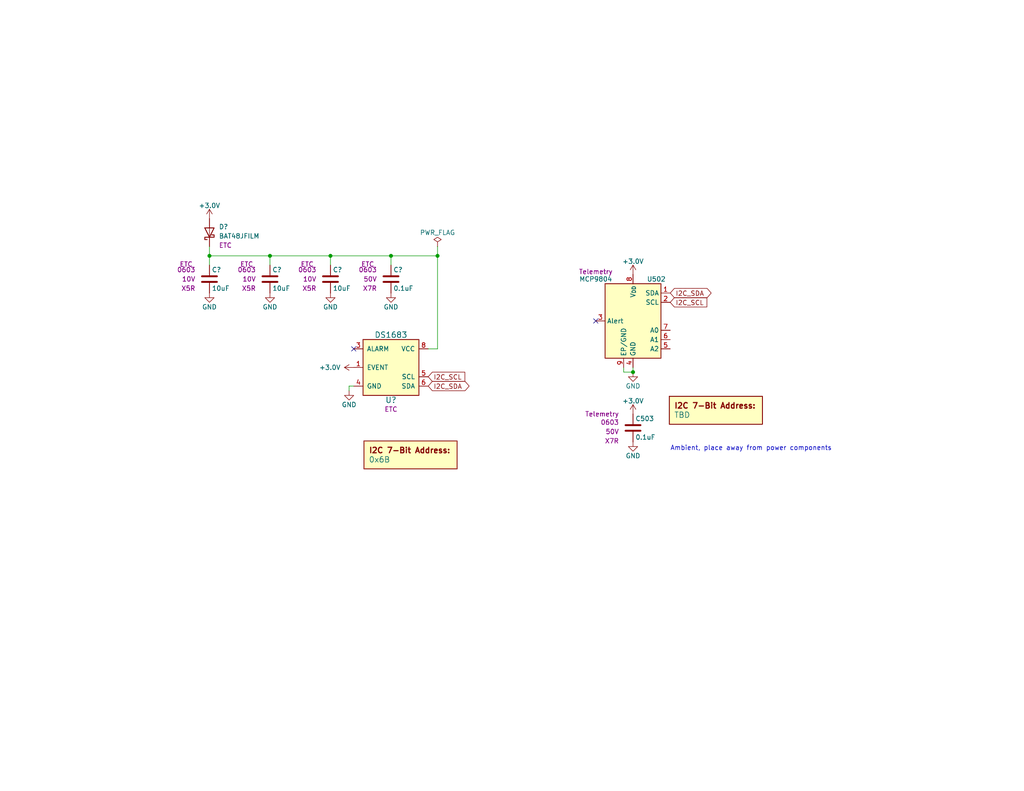
<source format=kicad_sch>
(kicad_sch (version 20230121) (generator eeschema)
  (paper "A")
  (title_block (title "Thermal Camera") (date "2023-11-13") (rev "PRELIM") (company "Drew Maatman and Michael Laffin"))
  (lib_symbols
    (symbol "Custom Library:+3.0V" (power) (pin_names (offset 0))
      (property "Value" "+3.0V" (at 0 3.556 0))
      (symbol "+3.0V_0_1"
        (polyline (pts (xy -0.762 1.27) (xy 0 2.54)))
        (polyline (pts (xy 0 0) (xy 0 2.54)))
        (polyline (pts (xy 0 2.54) (xy 0.762 1.27)))
      )
      (symbol "+3.0V_1_1"
        (pin power_in line (at 0 0 90) (length 0) hide (name "+3.0V") (number "1"))
      )
    )
    (symbol "Custom_Library:C_Custom" (pin_numbers hide) (pin_names (offset 0.254))
      (property "Reference" "C" (at 0.635 2.54 0))
      (property "Value" "Custom_Library_C_Custom" (at 0.635 -2.54 0))
      (property "display_footprint" "Foot" (at -3.81 2.54 0))
      (property "Voltage" "V" (at -3.81 0 0))
      (property "Dielectric" "Er" (at -3.81 -2.54 0))
      (symbol "C_Custom_0_1"
        (polyline (pts (xy -2.032 -0.762) (xy 2.032 -0.762)) (stroke (width 0.508)))
        (polyline (pts (xy -2.032 0.762) (xy 2.032 0.762)) (stroke (width 0.508)))
      )
      (symbol "C_Custom_1_1"
        (pin passive line (at 0 3.81 270) (length 2.794) (name "~") (number "1"))
        (pin passive line (at 0 -3.81 90) (length 2.794) (name "~") (number "2"))
      )
    )
    (symbol "Custom_Library:DS1683" (pin_names (offset 1.016))
      (property "Reference" "U" (at 0 -8.89 0))
      (property "Value" "Custom_Library_DS1683" (at 0 8.89 0))
      (symbol "DS1683_0_1"
        (rectangle (start -7.62 7.62) (end 7.62 -7.62) (stroke (width 0.254)) (fill (type background)))
      )
      (symbol "DS1683_1_1"
        (pin input line (at -10.16 0 0) (length 2.54) (name "EVENT") (number "1"))
        (pin no_connect line (at -7.62 -10.16 90) (length 2.54) hide (name "NC") (number "2"))
        (pin open_collector line (at -10.16 5.08 0) (length 2.54) (name "ALARM") (number "3"))
        (pin power_in line (at -10.16 -5.08 0) (length 2.54) (name "GND") (number "4"))
        (pin open_collector line (at 10.16 -2.54 180) (length 2.54) (name "SCL") (number "5"))
        (pin open_collector line (at 10.16 -5.08 180) (length 2.54) (name "SDA") (number "6"))
        (pin no_connect line (at 7.62 -10.16 90) (length 2.54) hide (name "NC") (number "7"))
        (pin power_in line (at 10.16 5.08 180) (length 2.54) (name "VCC") (number "8"))
      )
    )
    (symbol "Custom_Library:I2C_Address" (pin_names (offset 1.016))
      (property "Value" "Custom_Library_I2C_Address" (at -11.43 0 0))
      (symbol "I2C_Address_0_0"
        (rectangle (start -12.7 5.08) (end 12.7 -2.54) (stroke (width 0.254)) (fill (type background)))
        (text "I2C 7-Bit Address:" (at -11.43 2.54 0) (effects (font (size 1.524 1.524) bold) (justify left)))
      )
    )
    (symbol "Diode:BAT48JFILM" (pin_numbers hide) (pin_names (offset 1.016) hide)
      (property "Reference" "D" (at 0 2.54 0))
      (property "Value" "BAT48JFILM" (at 0 -2.54 0))
      (symbol "BAT48JFILM_0_1"
        (polyline (pts (xy 1.27 0) (xy -1.27 0)))
        (polyline (pts (xy 1.27 1.27) (xy 1.27 -1.27) (xy -1.27 0) (xy 1.27 1.27)) (stroke (width 0.254)))
        (polyline (pts (xy -1.905 0.635) (xy -1.905 1.27) (xy -1.27 1.27) (xy -1.27 -1.27) (xy -0.635 -1.27) (xy -0.635 -0.635)) (stroke (width 0.254)))
      )
      (symbol "BAT48JFILM_1_1"
        (pin passive line (at -3.81 0 0) (length 2.54) (name "K") (number "1"))
        (pin passive line (at 3.81 0 180) (length 2.54) (name "A") (number "2"))
      )
    )
    (symbol "Sensor_Temperature:MCP9804_DFN"
      (property "Reference" "U" (at -6.35 11.43 0))
      (property "Value" "MCP9804_DFN" (at 10.16 11.43 0))
      (symbol "MCP9804_DFN_0_1"
        (rectangle (start -7.62 10.16) (end 7.62 -10.16) (stroke (width 0.254)) (fill (type background)))
      )
      (symbol "MCP9804_DFN_1_1"
        (pin bidirectional line (at -10.16 7.62 0) (length 2.54) (name "SDA") (number "1"))
        (pin input line (at -10.16 5.08 0) (length 2.54) (name "SCL") (number "2"))
        (pin output line (at 10.16 0 180) (length 2.54) (name "Alert") (number "3"))
        (pin power_in line (at 0 -12.7 90) (length 2.54) (name "GND") (number "4"))
        (pin input line (at -10.16 -7.62 0) (length 2.54) (name "A2") (number "5"))
        (pin input line (at -10.16 -5.08 0) (length 2.54) (name "A1") (number "6"))
        (pin input line (at -10.16 -2.54 0) (length 2.54) (name "A0") (number "7"))
        (pin power_in line (at 0 12.7 270) (length 2.54) (name "V_{DD}") (number "8"))
        (pin power_in line (at 2.54 -12.7 90) (length 2.54) (name "EP/GND") (number "9"))
      )
    )
    (symbol "power:GND" (power) (pin_names (offset 0))
      (property "Value" "GND" (at 0 -3.81 0))
      (symbol "GND_0_1"
        (polyline (pts (xy 0 0) (xy 0 -1.27) (xy 1.27 -1.27) (xy 0 -2.54) (xy -1.27 -1.27) (xy 0 -1.27)))
      )
      (symbol "GND_1_1"
        (pin power_in line (at 0 0 270) (length 0) hide (name "GND") (number "1"))
      )
    )
    (symbol "power:PWR_FLAG" (power) (pin_numbers hide) (pin_names (offset 0) hide)
      (property "Value" "PWR_FLAG" (at 0 3.81 0))
      (symbol "PWR_FLAG_0_0"
        (pin power_out line (at 0 0 90) (length 0) (name "pwr") (number "1"))
      )
      (symbol "PWR_FLAG_0_1"
        (polyline (pts (xy 0 0) (xy 0 1.27) (xy -1.016 1.905) (xy 0 2.54) (xy 1.016 1.905) (xy 0 1.27)))
      )
    )
  )
  (junction (at 172.72 101.6))
  (junction (at 57.15 69.85))
  (junction (at 119.38 69.85))
  (junction (at 90.17 69.85))
  (junction (at 73.66 69.85))
  (junction (at 106.68 69.85))
  (no_connect (at 162.56 87.63))
  (no_connect (at 96.52 95.25))
  (wire (pts (xy 106.68 69.85) (xy 90.17 69.85)))
  (wire (pts (xy 170.18 101.6) (xy 170.18 100.33)))
  (wire (pts (xy 106.68 72.39) (xy 106.68 69.85)))
  (wire (pts (xy 172.72 101.6) (xy 172.72 100.33)))
  (wire (pts (xy 73.66 69.85) (xy 57.15 69.85)))
  (wire (pts (xy 172.72 101.6) (xy 170.18 101.6)))
  (wire (pts (xy 90.17 72.39) (xy 90.17 69.85)))
  (wire (pts (xy 57.15 69.85) (xy 57.15 72.39)))
  (wire (pts (xy 119.38 69.85) (xy 119.38 95.25)))
  (wire (pts (xy 90.17 69.85) (xy 73.66 69.85)))
  (wire (pts (xy 57.15 67.31) (xy 57.15 69.85)))
  (wire (pts (xy 119.38 95.25) (xy 116.84 95.25)))
  (wire (pts (xy 95.25 106.68) (xy 95.25 105.41)))
  (wire (pts (xy 119.38 67.31) (xy 119.38 69.85)))
  (wire (pts (xy 119.38 69.85) (xy 106.68 69.85)))
  (wire (pts (xy 73.66 69.85) (xy 73.66 72.39)))
  (wire (pts (xy 95.25 105.41) (xy 96.52 105.41)))
  (text "Ambient, place away from power components" (at 182.88 123.19 0) (effects (font (size 1.27 1.27)) (justify left bottom)))
  (global_label "I2C_SCL" (shape input) (at 116.84 102.87 0) (property "Intersheetrefs" "${INTERSHEET_REFS}" (effects hide)))
  (global_label "I2C_SDA" (shape bidirectional) (at 116.84 105.41 0) (property "Intersheetrefs" "${INTERSHEET_REFS}" (effects hide)))
  (global_label "I2C_SDA" (shape bidirectional) (at 182.88 80.01 0) (property "Intersheetrefs" "${INTERSHEET_REFS}" (effects hide)))
  (global_label "I2C_SCL" (shape input) (at 182.88 82.55 0) (property "Intersheetrefs" "${INTERSHEET_REFS}" (effects hide)))
  (symbol (lib_id "Custom_Library:C_Custom") (at 90.17 76.2 0) (unit 1)
    (property "Reference" "C?" (at 90.805 73.66 0) (effects (justify left)))
    (property "Value" "10uF" (at 90.805 78.74 0) (effects (justify left)))
    (property "Footprint" "Capacitors_SMD:C_0603" (effects hide))
    (property "Digi-Key PN" "1276-1871-1-ND" (effects hide))
    (property "display_footprint" "0603" (at 86.36 73.66 0) (effects (justify right)))
    (property "Voltage" "10V" (at 86.36 76.2 0) (effects (justify right)))
    (property "Dielectric" "X5R" (at 86.36 78.74 0) (effects (justify right)))
    (property "Configuration" "ETC" (at 83.82 72.136 0))
    (instances (project "VFD_Clock" (path "" (reference "C?") (unit 1)) (path "" (reference "C?") (unit 1)) (path "" (reference "C?") (unit 1)) (path "" (reference "C?") (unit 1)) (path "" (reference "C?") (unit 1)) (path "" (reference "C?") (unit 1)) (path "" (reference "C?") (unit 1)) (path "" (reference "C?") (unit 1)) (path "" (reference "C?") (unit 1)) (path "" (reference "C?") (unit 1))) (project "Nixie_Clock_Core" (path "" (reference "C1403") (unit 1))) (project "Thermal_Camera" (path "" (reference "C?") (unit 1))))
  )
  (symbol (lib_id "Custom Library:+3.0V") (at 57.15 59.69 0) (unit 1)
    (property "Reference" "#PWR02301" (effects hide))
    (property "Value" "+3.0V" (at 57.15 56.134 0))
  )
  (symbol (lib_id "Diode:BAT48JFILM") (at 57.15 63.5 90) (unit 1)
    (property "Reference" "D?" (at 59.69 61.9125 90) (effects (justify right)))
    (property "Value" "BAT48JFILM" (at 59.69 64.4525 90) (effects (justify right)))
    (property "Footprint" "Diode_SMD:D_SOD-323" (effects hide))
    (property "Datasheet" "www.st.com/resource/en/datasheet/bat48.pdf" (effects hide))
    (property "Configuration" "ETC" (at 59.69 66.9925 90) (effects (justify right)))
    (property "Digi-Key PN" "497-5711-1-ND" (effects hide))
    (instances (project "VFD_Clock" (path "" (reference "D?") (unit 1))) (project "Nixie_Clock_Core" (path "" (reference "D1401") (unit 1))) (project "Thermal_Camera" (path "" (reference "D?") (unit 1))))
  )
  (symbol (lib_id "power:GND") (at 57.15 80.01 0) (unit 1)
    (property "Reference" "#PWR?" (effects hide))
    (property "Value" "GND" (at 57.15 83.82 0))
    (instances (project "VFD_Clock" (path "" (reference "#PWR?") (unit 1))) (project "Nixie_Clock_Core" (path "" (reference "#PWR01402") (unit 1))) (project "Thermal_Camera" (path "" (reference "#PWR01702") (unit 1))))
  )
  (symbol (lib_id "Sensor_Temperature:MCP9804_DFN") (at 172.72 87.63 0) (mirror y) (unit 1)
    (property "Reference" "U502" (at 179.07 76.2 0))
    (property "Value" "MCP9804" (at 162.56 76.2 0))
    (property "Footprint" "Package_DFN_QFN:DFN-8-1EP_3x2mm_P0.5mm_EP1.3x1.5mm" (effects hide))
    (property "Datasheet" "http://ww1.microchip.com/downloads/en/DeviceDoc/22203b.pdf" (effects hide))
    (property "Digi-Key PN" "MCP9804T-E/MCCT-ND" (effects hide))
    (property "Configuration" "Telemetry" (at 162.56 74.168 0))
    (instances (project "Nixie_Clock_Core" (path "" (reference "U502") (unit 1))) (project "LED_Panel_Controller" (path "" (reference "U?") (unit 1)) (path "" (reference "U?") (unit 1)) (path "" (reference "U?") (unit 1)) (path "" (reference "U?") (unit 1)) (path "" (reference "U?") (unit 1)) (path "" (reference "U?") (unit 1)) (path "" (reference "U?") (unit 1))) (project "Thermal_Camera" (path "" (reference "U?") (unit 1)) (path "" (reference "U?") (unit 1)) (path "" (reference "U?") (unit 1))))
  )
  (symbol (lib_id "power:GND") (at 172.72 101.6 0) (mirror y) (unit 1)
    (property "Reference" "#PWR0506" (effects hide))
    (property "Value" "GND" (at 172.72 105.41 0))
    (instances (project "Nixie_Clock_Core" (path "" (reference "#PWR0506") (unit 1))) (project "LED_Panel_Controller" (path "" (reference "#PWR?") (unit 1)) (path "" (reference "#PWR?") (unit 1)) (path "" (reference "#PWR?") (unit 1)) (path "" (reference "#PWR?") (unit 1)) (path "" (reference "#PWR?") (unit 1)) (path "" (reference "#PWR?") (unit 1)) (path "" (reference "#PWR?") (unit 1))) (project "Thermal_Camera" (path "" (reference "#PWR0306") (unit 1)) (path "" (reference "#PWR01113") (unit 1)) (path "" (reference "#PWR0187") (unit 1))))
  )
  (symbol (lib_id "Custom_Library:I2C_Address") (at 112.014 125.476 0) (unit 1)
    (property "Reference" "DOC?" (effects hide))
    (property "Value" "0x6B" (at 100.584 125.476 0) (effects (font (size 1.524 1.524)) (justify left)))
    (instances (project "VFD_Clock" (path "" (reference "DOC?") (unit 1))) (project "Nixie_Clock_Core" (path "" (reference "DOC1401") (unit 1))) (project "Thermal_Camera" (path "" (reference "DOC?") (unit 1))))
  )
  (symbol (lib_id "power:GND") (at 95.25 106.68 0) (unit 1)
    (property "Reference" "#PWR?" (effects hide))
    (property "Value" "GND" (at 95.25 110.49 0))
    (instances (project "VFD_Clock" (path "" (reference "#PWR?") (unit 1))) (project "Nixie_Clock_Core" (path "" (reference "#PWR01405") (unit 1))) (project "Thermal_Camera" (path "" (reference "#PWR01705") (unit 1))))
  )
  (symbol (lib_id "Custom_Library:I2C_Address") (at 195.326 113.284 0) (unit 1)
    (property "Reference" "DOC502" (effects hide))
    (property "Value" "TBD" (at 183.896 113.284 0) (effects (font (size 1.524 1.524)) (justify left)))
    (instances (project "Nixie_Clock_Core" (path "" (reference "DOC502") (unit 1))) (project "LED_Panel_Controller" (path "" (reference "DOC?") (unit 1)) (path "" (reference "DOC?") (unit 1)) (path "" (reference "DOC?") (unit 1)) (path "" (reference "DOC?") (unit 1)) (path "" (reference "DOC?") (unit 1)) (path "" (reference "DOC?") (unit 1))) (project "Thermal_Camera" (path "" (reference "DOC?") (unit 1)) (path "" (reference "DOC?") (unit 1)) (path "" (reference "DOC?") (unit 1))))
  )
  (symbol (lib_id "Custom Library:+3.0V") (at 96.52 100.33 90) (unit 1)
    (property "Reference" "#PWR02302" (effects hide))
    (property "Value" "+3.0V" (at 92.964 100.33 90) (effects (justify left)))
  )
  (symbol (lib_id "power:GND") (at 106.68 80.01 0) (unit 1)
    (property "Reference" "#PWR?" (effects hide))
    (property "Value" "GND" (at 106.68 83.82 0))
    (instances (project "VFD_Clock" (path "" (reference "#PWR?") (unit 1))) (project "Nixie_Clock_Core" (path "" (reference "#PWR01407") (unit 1))) (project "Thermal_Camera" (path "" (reference "#PWR01707") (unit 1))))
  )
  (symbol (lib_id "Custom Library:+3.0V") (at 172.72 113.03 0) (unit 1)
    (property "Reference" "#PWR0305" (effects hide))
    (property "Value" "+3.0V" (at 172.72 109.474 0))
    (instances (project "Thermal_Camera" (path "" (reference "#PWR0305") (unit 1)) (path "" (reference "#PWR01115") (unit 1)) (path "" (reference "#PWR0188") (unit 1))))
  )
  (symbol (lib_id "Custom Library:+3.0V") (at 172.72 74.93 0) (unit 1)
    (property "Reference" "#PWR0307" (effects hide))
    (property "Value" "+3.0V" (at 172.72 71.374 0))
    (instances (project "Thermal_Camera" (path "" (reference "#PWR0307") (unit 1)) (path "" (reference "#PWR01111") (unit 1)) (path "" (reference "#PWR025") (unit 1))))
  )
  (symbol (lib_id "power:GND") (at 73.66 80.01 0) (unit 1)
    (property "Reference" "#PWR?" (effects hide))
    (property "Value" "GND" (at 73.66 83.82 0))
    (instances (project "VFD_Clock" (path "" (reference "#PWR?") (unit 1))) (project "Nixie_Clock_Core" (path "" (reference "#PWR01403") (unit 1))) (project "Thermal_Camera" (path "" (reference "#PWR01703") (unit 1))))
  )
  (symbol (lib_id "Custom_Library:C_Custom") (at 57.15 76.2 0) (unit 1)
    (property "Reference" "C?" (at 57.785 73.66 0) (effects (justify left)))
    (property "Value" "10uF" (at 57.785 78.74 0) (effects (justify left)))
    (property "Footprint" "Capacitors_SMD:C_0603" (effects hide))
    (property "Digi-Key PN" "1276-1871-1-ND" (effects hide))
    (property "display_footprint" "0603" (at 53.34 73.66 0) (effects (justify right)))
    (property "Voltage" "10V" (at 53.34 76.2 0) (effects (justify right)))
    (property "Dielectric" "X5R" (at 53.34 78.74 0) (effects (justify right)))
    (property "Configuration" "ETC" (at 50.8 72.136 0))
    (instances (project "VFD_Clock" (path "" (reference "C?") (unit 1)) (path "" (reference "C?") (unit 1)) (path "" (reference "C?") (unit 1)) (path "" (reference "C?") (unit 1)) (path "" (reference "C?") (unit 1)) (path "" (reference "C?") (unit 1)) (path "" (reference "C?") (unit 1)) (path "" (reference "C?") (unit 1)) (path "" (reference "C?") (unit 1)) (path "" (reference "C?") (unit 1))) (project "Nixie_Clock_Core" (path "" (reference "C1401") (unit 1))) (project "Thermal_Camera" (path "" (reference "C?") (unit 1))))
  )
  (symbol (lib_id "Custom_Library:C_Custom") (at 106.68 76.2 0) (unit 1)
    (property "Reference" "C?" (at 107.315 73.66 0) (effects (justify left)))
    (property "Value" "0.1uF" (at 107.315 78.74 0) (effects (justify left)))
    (property "Footprint" "Capacitors_SMD:C_0603" (effects hide))
    (property "display_footprint" "0603" (at 102.87 73.66 0) (effects (justify right)))
    (property "Voltage" "50V" (at 102.87 76.2 0) (effects (justify right)))
    (property "Dielectric" "X7R" (at 102.87 78.74 0) (effects (justify right)))
    (property "Digi-Key PN" "1276-1935-1-ND" (effects hide))
    (property "Configuration" "ETC" (at 100.33 72.136 0))
    (instances (project "VFD_Clock" (path "" (reference "C?") (unit 1))) (project "Nixie_Clock_Core" (path "" (reference "C1404") (unit 1))) (project "Thermal_Camera" (path "" (reference "C?") (unit 1))))
  )
  (symbol (lib_id "Custom_Library:C_Custom") (at 73.66 76.2 0) (unit 1)
    (property "Reference" "C?" (at 74.295 73.66 0) (effects (justify left)))
    (property "Value" "10uF" (at 74.295 78.74 0) (effects (justify left)))
    (property "Footprint" "Capacitors_SMD:C_0603" (effects hide))
    (property "Digi-Key PN" "1276-1871-1-ND" (effects hide))
    (property "display_footprint" "0603" (at 69.85 73.66 0) (effects (justify right)))
    (property "Voltage" "10V" (at 69.85 76.2 0) (effects (justify right)))
    (property "Dielectric" "X5R" (at 69.85 78.74 0) (effects (justify right)))
    (property "Configuration" "ETC" (at 67.31 72.136 0))
    (instances (project "VFD_Clock" (path "" (reference "C?") (unit 1)) (path "" (reference "C?") (unit 1)) (path "" (reference "C?") (unit 1)) (path "" (reference "C?") (unit 1)) (path "" (reference "C?") (unit 1)) (path "" (reference "C?") (unit 1)) (path "" (reference "C?") (unit 1)) (path "" (reference "C?") (unit 1)) (path "" (reference "C?") (unit 1)) (path "" (reference "C?") (unit 1))) (project "Nixie_Clock_Core" (path "" (reference "C1402") (unit 1))) (project "Thermal_Camera" (path "" (reference "C?") (unit 1))))
  )
  (symbol (lib_id "Custom_Library:C_Custom") (at 172.72 116.84 0) (unit 1)
    (property "Reference" "C503" (at 173.355 114.3 0) (effects (justify left)))
    (property "Value" "0.1uF" (at 173.355 119.38 0) (effects (justify left)))
    (property "Footprint" "Capacitors_SMD:C_0603" (effects hide))
    (property "display_footprint" "0603" (at 168.91 115.316 0) (effects (justify right)))
    (property "Voltage" "50V" (at 168.91 117.856 0) (effects (justify right)))
    (property "Dielectric" "X7R" (at 168.91 120.396 0) (effects (justify right)))
    (property "Configuration" "Telemetry" (at 168.91 113.03 0) (effects (justify right)))
    (property "Digi-Key PN" "1276-1935-1-ND" (effects hide))
    (instances (project "Nixie_Clock_Core" (path "" (reference "C503") (unit 1))) (project "LED_Panel_Controller" (path "" (reference "C?") (unit 1)) (path "" (reference "C?") (unit 1)) (path "" (reference "C?") (unit 1)) (path "" (reference "C?") (unit 1)) (path "" (reference "C?") (unit 1)) (path "" (reference "C?") (unit 1)) (path "" (reference "C?") (unit 1))) (project "Thermal_Camera" (path "" (reference "C?") (unit 1)) (path "" (reference "C?") (unit 1)) (path "" (reference "C?") (unit 1))))
  )
  (symbol (lib_id "power:GND") (at 172.72 120.65 0) (unit 1)
    (property "Reference" "#PWR0508" (effects hide))
    (property "Value" "GND" (at 172.72 124.46 0))
    (instances (project "Nixie_Clock_Core" (path "" (reference "#PWR0508") (unit 1))) (project "LED_Panel_Controller" (path "" (reference "#PWR?") (unit 1)) (path "" (reference "#PWR?") (unit 1)) (path "" (reference "#PWR?") (unit 1)) (path "" (reference "#PWR?") (unit 1)) (path "" (reference "#PWR?") (unit 1)) (path "" (reference "#PWR?") (unit 1))) (project "Thermal_Camera" (path "" (reference "#PWR0308") (unit 1)) (path "" (reference "#PWR01117") (unit 1)) (path "" (reference "#PWR0189") (unit 1))))
  )
  (symbol (lib_id "Custom_Library:DS1683") (at 106.68 100.33 0) (unit 1)
    (property "Reference" "U?" (at 106.68 109.22 0) (effects (font (size 1.524 1.524))))
    (property "Value" "DS1683" (at 106.68 91.44 0) (effects (font (size 1.524 1.524))))
    (property "Footprint" "Housings_SOIC:SOIC-8_3.9x4.9mm_Pitch1.27mm" (effects hide))
    (property "Datasheet" "https://datasheets.maximintegrated.com/en/ds/DS1683.pdf" (effects hide))
    (property "Digi-Key PN" "DS1683S+-ND" (effects hide))
    (property "Configuration" "ETC" (at 106.68 111.76 0))
    (instances (project "VFD_Clock" (path "" (reference "U?") (unit 1))) (project "Nixie_Clock_Core" (path "" (reference "U1401") (unit 1))) (project "Thermal_Camera" (path "" (reference "U?") (unit 1))))
  )
  (symbol (lib_id "power:GND") (at 90.17 80.01 0) (unit 1)
    (property "Reference" "#PWR?" (effects hide))
    (property "Value" "GND" (at 90.17 83.82 0))
    (instances (project "VFD_Clock" (path "" (reference "#PWR?") (unit 1))) (project "Nixie_Clock_Core" (path "" (reference "#PWR01404") (unit 1))) (project "Thermal_Camera" (path "" (reference "#PWR01704") (unit 1))))
  )
  (symbol (lib_id "power:PWR_FLAG") (at 119.38 67.31 0) (unit 1)
    (property "Reference" "#FLG?" (effects hide))
    (property "Value" "PWR_FLAG" (at 119.38 63.5 0))
    (instances (project "VFD_Clock" (path "" (reference "#FLG?") (unit 1))) (project "Nixie_Clock_Core" (path "" (reference "#FLG01401") (unit 1))) (project "Thermal_Camera" (path "" (reference "#FLG01701") (unit 1))))
  )
)
</source>
